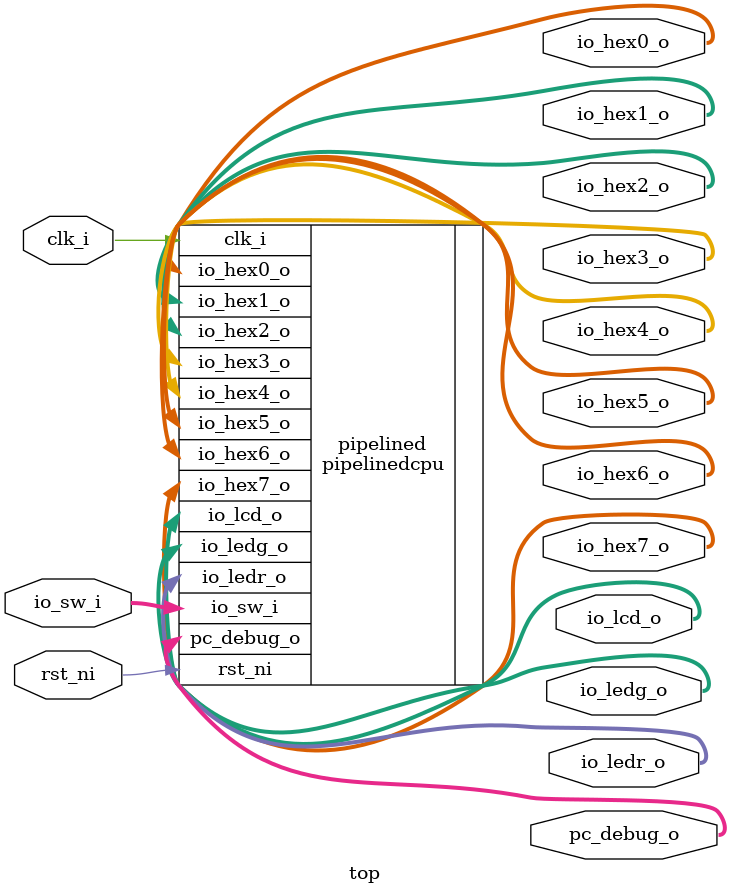
<source format=sv>
`default_nettype none

module top
(
  // Peripheral
  input  logic [31:0]      io_sw_i   ,
  output logic [31:0]      io_lcd_o  ,
  output logic [31:0]      io_ledg_o ,
  output logic [31:0]      io_ledr_o ,
  output logic [31:0]      io_hex0_o ,
  output logic [31:0]      io_hex1_o ,
  output logic [31:0]      io_hex2_o ,
  output logic [31:0]      io_hex3_o ,
  output logic [31:0]      io_hex4_o ,
  output logic [31:0]      io_hex5_o ,
  output logic [31:0]      io_hex6_o ,
  output logic [31:0]      io_hex7_o ,

  output logic [31:0]      pc_debug_o,

  // Clock and asynchronous reset active low
  input  logic             clk_i     ,
  input  logic             rst_ni
);

  pipelinedcpu pipelined (
    .io_sw_i   (io_sw_i   ),
    .io_lcd_o  (io_lcd_o  ),
    .io_ledg_o (io_ledg_o ),
    .io_ledr_o (io_ledr_o ),
    .io_hex0_o (io_hex0_o ),
    .io_hex1_o (io_hex1_o ),
    .io_hex2_o (io_hex2_o ),
    .io_hex3_o (io_hex3_o ),
    .io_hex4_o (io_hex4_o ),
    .io_hex5_o (io_hex5_o ),
    .io_hex6_o (io_hex6_o ),
    .io_hex7_o (io_hex7_o ),
    .pc_debug_o(pc_debug_o),
    .clk_i     (clk_i     ),
    .rst_ni    (rst_ni    )
  );

endmodule : top

</source>
